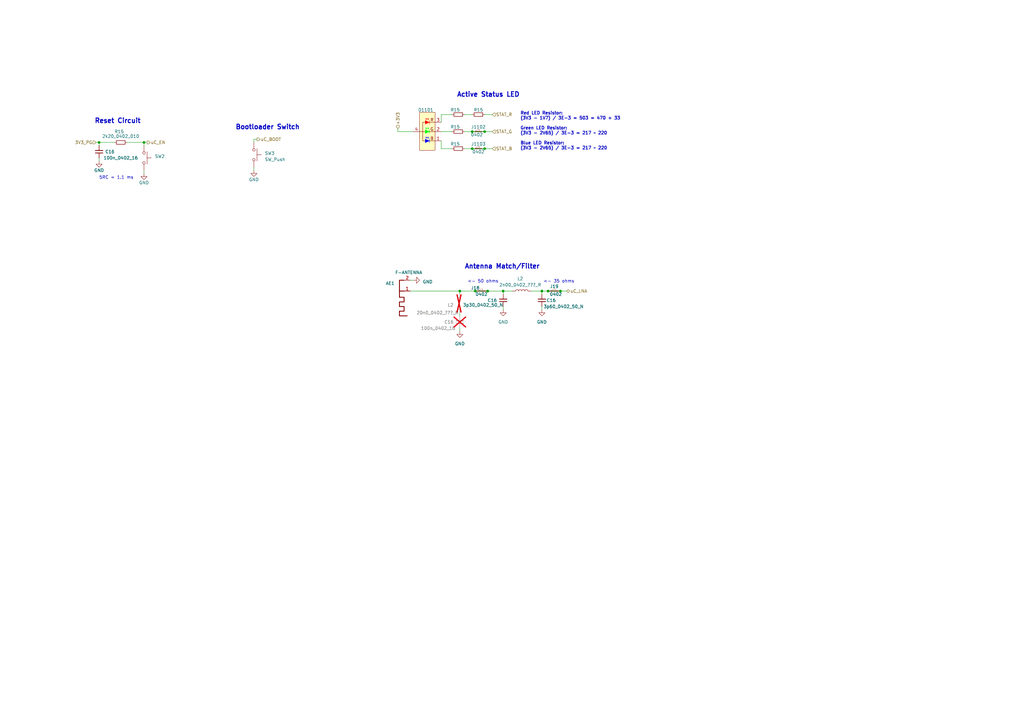
<source format=kicad_sch>
(kicad_sch (version 20230121) (generator eeschema)
  (paper "A3")
  (title_block (title "MCU Peripherals") (date "2023-08-07") (rev "1") (company "Beep Boop"))
  (lib_symbols
    (symbol "Beacon_Library:CUT_N_JUMP" (pin_numbers hide) (in_bom no)
      (property "Reference" "J" (at 0 -0.254 0))
      (property "Value" "0402" (at 0 -3.81 0))
      (symbol "CUT_N_JUMP_1_1"
        (polyline (pts (xy -1.27 -2.54) (xy 1.27 -2.54)) (stroke (width 0.381)))
        (polyline (pts (xy 0.508 -1.905) (xy 0.381 -1.651) (xy 0.508 -1.905) (xy 0.254 -2.032)) (stroke (width 0.0762)))
        (arc (start 0.508 -1.905) (mid -0.5086 -1.8651) (end -1.27 -2.54) (stroke (width 0.0762)))
        (pin passive line (at -2.54 -2.54 0) (length 1.27) (name "~") (number "1"))
        (pin passive line (at 2.54 -2.54 180) (length 1.27) (name "~") (number "2"))
      )
    )
    (symbol "Beacon_Library:F-ANTENNA" (in_bom no)
      (property "Reference" "AE" (at -12.065 -6.985 0))
      (property "Value" "F-ANTENNA" (at -1.905 -6.985 0))
      (symbol "F-ANTENNA_1_1"
        (polyline (pts (xy -12.7 -8.89) (xy -14.605 -8.89) (xy -14.605 -12.065)) (stroke (width 0.3556)))
        (polyline (pts (xy 0 -10.795) (xy 0 -8.89) (xy -4.445 -8.89) (xy -4.445 -10.795) (xy -4.445 -8.89) (xy -6.985 -8.89) (xy -6.985 -10.795) (xy -8.89 -10.795) (xy -8.89 -8.89) (xy -10.795 -8.89) (xy -10.795 -10.795) (xy -12.7 -10.795) (xy -12.7 -8.89)) (stroke (width 0.3556)))
        (pin passive line (at -4.445 -13.335 90) (length 2.54) (name "") (number "1"))
        (pin passive line (at 0 -13.335 90) (length 2.54) (name "") (number "2"))
      )
    )
    (symbol "Beacon_Library:UHD1110"
      (property "Reference" "D" (at -0.508 -1.778 0))
      (property "Value" "UHD1110" (at 8.382 -1.778 0))
      (symbol "UHD1110_1_1"
        (polyline (pts (xy 5.334 -14.478) (xy 5.334 -16.002)) (stroke (width 0) (color 0 0 255 1)))
        (polyline (pts (xy 5.334 -10.668) (xy 5.334 -12.192)) (stroke (width 0) (color 0 255 0 1)))
        (polyline (pts (xy 5.334 -6.858) (xy 5.334 -8.382)) (stroke (width 0) (color 255 0 0 1)))
        (polyline (pts (xy 7.62 -15.24) (xy 5.334 -15.24)))
        (polyline (pts (xy 7.62 -11.43) (xy 5.334 -11.43)))
        (polyline (pts (xy 7.62 -7.62) (xy 5.334 -7.62)))
        (polyline (pts (xy 3.556 -14.478) (xy 3.556 -16.002) (xy 5.334 -15.24) (xy 3.556 -14.478)) (stroke (width 0.0508) (color 0 0 255 1)) (fill (type outline)))
        (polyline (pts (xy 3.556 -10.668) (xy 3.556 -12.192) (xy 5.334 -11.43) (xy 3.556 -10.668)) (stroke (width 0.0508) (color 0 255 0 1)) (fill (type outline)))
        (polyline (pts (xy 3.556 -6.858) (xy 3.556 -8.382) (xy 5.334 -7.62) (xy 3.556 -6.858)) (stroke (width 0.0508) (color 255 0 0 1)) (fill (type outline)))
        (polyline (pts (xy 4.318 -14.478) (xy 4.064 -13.97) (xy 3.81 -14.097) (xy 3.81 -13.589) (xy 4.318 -13.843) (xy 4.064 -13.97)) (stroke (width 0.0508) (color 0 0 255 1)) (fill (type outline)))
        (polyline (pts (xy 4.318 -10.668) (xy 4.064 -10.16) (xy 3.81 -10.287) (xy 3.81 -9.779) (xy 4.318 -10.033) (xy 4.064 -10.16)) (stroke (width 0.0508) (color 0 255 0 1)) (fill (type outline)))
        (polyline (pts (xy 4.318 -6.858) (xy 4.064 -6.35) (xy 3.81 -6.477) (xy 3.81 -5.969) (xy 4.318 -6.223) (xy 4.064 -6.35)) (stroke (width 0.0508) (color 255 0 0 1)) (fill (type outline)))
        (polyline (pts (xy 5.08 -14.478) (xy 4.826 -13.97) (xy 4.572 -14.097) (xy 4.572 -13.589) (xy 5.08 -13.843) (xy 4.826 -13.97)) (stroke (width 0.0508) (color 0 0 255 1)) (fill (type outline)))
        (polyline (pts (xy 5.08 -10.668) (xy 4.826 -10.16) (xy 4.572 -10.287) (xy 4.572 -9.779) (xy 5.08 -10.033) (xy 4.826 -10.16)) (stroke (width 0.0508) (color 0 255 0 1)) (fill (type outline)))
        (polyline (pts (xy 5.08 -6.858) (xy 4.826 -6.35) (xy 4.572 -6.477) (xy 4.572 -5.969) (xy 5.08 -6.223) (xy 4.826 -6.35)) (stroke (width 0.0508) (color 255 0 0 1)) (fill (type outline)))
        (polyline (pts (xy 1.27 -11.43) (xy 3.556 -11.43) (xy 2.54 -11.43) (xy 2.54 -7.62) (xy 3.556 -7.62) (xy 2.54 -7.62) (xy 2.54 -15.24) (xy 3.556 -15.24)))
        (rectangle (start 1.27 -3.556) (end 7.62 -19.05) (fill (type background)))
        (text "B" (at 6.35 -14.224 0) (effects (font (size 1.27 1.27))))
        (text "G" (at 6.35 -10.414 0) (effects (font (size 1.27 1.27))))
        (text "R" (at 6.35 -6.604 0) (effects (font (size 1.27 1.27))))
        (pin passive line (at 10.16 -15.24 180) (length 2.54) (name "") (number "1"))
        (pin passive line (at 10.16 -11.43 180) (length 2.54) (name "") (number "2"))
        (pin passive line (at 10.16 -7.62 180) (length 2.54) (name "") (number "3"))
        (pin passive line (at -1.27 -11.43 0) (length 2.54) (name "") (number "4"))
      )
    )
    (symbol "Device:C_Small" (pin_numbers hide) (pin_names (offset 0.254) hide)
      (property "Reference" "C" (at 0.254 1.778 0))
      (property "Value" "C_Small" (at 0.254 -2.032 0))
      (symbol "C_Small_0_1"
        (polyline (pts (xy -1.524 -0.508) (xy 1.524 -0.508)) (stroke (width 0.3302)))
        (polyline (pts (xy -1.524 0.508) (xy 1.524 0.508)) (stroke (width 0.3048)))
      )
      (symbol "C_Small_1_1"
        (pin passive line (at 0 2.54 270) (length 2.032) (name "~") (number "1"))
        (pin passive line (at 0 -2.54 90) (length 2.032) (name "~") (number "2"))
      )
    )
    (symbol "Device:L" (pin_numbers hide) (pin_names (offset 1.016) hide)
      (property "Reference" "L" (at -1.27 0 90))
      (property "Value" "L" (at 1.905 0 90))
      (symbol "L_0_1"
        (arc (start 0 -2.54) (mid 0.6323 -1.905) (end 0 -1.27))
        (arc (start 0 -1.27) (mid 0.6323 -0.635) (end 0 0))
        (arc (start 0 0) (mid 0.6323 0.635) (end 0 1.27))
        (arc (start 0 1.27) (mid 0.6323 1.905) (end 0 2.54))
      )
      (symbol "L_1_1"
        (pin passive line (at 0 3.81 270) (length 1.27) (name "1") (number "1"))
        (pin passive line (at 0 -3.81 90) (length 1.27) (name "2") (number "2"))
      )
    )
    (symbol "Device:R_Small" (pin_numbers hide) (pin_names (offset 0.254) hide)
      (property "Reference" "R" (at 0.762 0.508 0))
      (property "Value" "R_Small" (at 0.762 -1.016 0))
      (symbol "R_Small_0_1"
        (rectangle (start -0.762 1.778) (end 0.762 -1.778) (stroke (width 0.2032)))
      )
      (symbol "R_Small_1_1"
        (pin passive line (at 0 2.54 270) (length 0.762) (name "~") (number "1"))
        (pin passive line (at 0 -2.54 90) (length 0.762) (name "~") (number "2"))
      )
    )
    (symbol "Switch:SW_Push" (pin_numbers hide) (pin_names (offset 1.016) hide)
      (property "Reference" "SW" (at 1.27 2.54 0))
      (property "Value" "SW_Push" (at 0 -1.524 0))
      (symbol "SW_Push_0_1"
        (circle (center -2.032 0) (radius 0.508))
        (polyline (pts (xy 0 1.27) (xy 0 3.048)))
        (polyline (pts (xy 2.54 1.27) (xy -2.54 1.27)))
        (circle (center 2.032 0) (radius 0.508))
        (pin passive line (at -5.08 0 0) (length 2.54) (name "1") (number "1"))
        (pin passive line (at 5.08 0 180) (length 2.54) (name "2") (number "2"))
      )
    )
    (symbol "power:GND" (power) (pin_names (offset 0))
      (property "Value" "GND" (at 0 -3.81 0))
      (symbol "GND_0_1"
        (polyline (pts (xy 0 0) (xy 0 -1.27) (xy 1.27 -1.27) (xy 0 -2.54) (xy -1.27 -1.27) (xy 0 -1.27)))
      )
      (symbol "GND_1_1"
        (pin power_in line (at 0 0 270) (length 0) hide (name "GND") (number "1"))
      )
    )
  )
  (junction (at 193.675 60.96))
  (junction (at 229.87 119.38))
  (junction (at 59.055 58.42))
  (junction (at 206.375 119.38))
  (junction (at 224.79 119.38))
  (junction (at 222.25 119.38))
  (junction (at 193.675 53.975))
  (junction (at 40.64 58.42))
  (junction (at 188.595 119.38))
  (junction (at 194.945 119.38))
  (junction (at 198.755 60.96))
  (junction (at 198.755 53.975))
  (junction (at 200.025 119.38))
  (wire (pts (xy 224.79 119.38) (xy 229.87 119.38)))
  (wire (pts (xy 180.975 50.165) (xy 180.975 46.99)))
  (wire (pts (xy 104.14 68.58) (xy 104.14 69.85)))
  (wire (pts (xy 190.5 60.96) (xy 193.675 60.96)))
  (wire (pts (xy 193.675 60.96) (xy 198.755 60.96)))
  (wire (pts (xy 163.195 52.705) (xy 163.195 53.975)))
  (wire (pts (xy 40.64 64.77) (xy 40.64 66.04)))
  (wire (pts (xy 190.5 46.99) (xy 193.675 46.99)))
  (wire (pts (xy 40.64 58.42) (xy 46.99 58.42)))
  (wire (pts (xy 188.595 119.38) (xy 188.595 120.65)))
  (wire (pts (xy 188.595 119.38) (xy 194.945 119.38)))
  (wire (pts (xy 40.64 59.69) (xy 40.64 58.42)))
  (wire (pts (xy 198.755 60.96) (xy 201.93 60.96)))
  (wire (pts (xy 200.025 119.38) (xy 206.375 119.38)))
  (wire (pts (xy 194.945 119.38) (xy 200.025 119.38)))
  (wire (pts (xy 217.805 119.38) (xy 222.25 119.38)))
  (wire (pts (xy 206.375 119.38) (xy 210.185 119.38)))
  (wire (pts (xy 168.275 114.935) (xy 169.545 114.935)))
  (wire (pts (xy 206.375 125.73) (xy 206.375 127)))
  (wire (pts (xy 193.675 53.975) (xy 198.755 53.975)))
  (wire (pts (xy 52.07 58.42) (xy 59.055 58.42)))
  (wire (pts (xy 198.755 53.975) (xy 201.93 53.975)))
  (wire (pts (xy 163.195 53.975) (xy 169.545 53.975)))
  (wire (pts (xy 206.375 119.38) (xy 206.375 120.65)))
  (wire (pts (xy 39.37 58.42) (xy 40.64 58.42)))
  (wire (pts (xy 229.87 119.38) (xy 232.41 119.38)))
  (wire (pts (xy 59.055 69.85) (xy 59.055 71.12)))
  (wire (pts (xy 105.41 57.15) (xy 104.14 57.15)))
  (wire (pts (xy 222.25 125.73) (xy 222.25 127)))
  (wire (pts (xy 190.5 53.975) (xy 193.675 53.975)))
  (wire (pts (xy 59.055 58.42) (xy 60.325 58.42)))
  (wire (pts (xy 185.42 60.96) (xy 180.975 60.96)))
  (wire (pts (xy 168.275 119.38) (xy 188.595 119.38)))
  (wire (pts (xy 180.975 53.975) (xy 185.42 53.975)))
  (wire (pts (xy 188.595 128.27) (xy 188.595 129.54)))
  (wire (pts (xy 104.14 57.15) (xy 104.14 58.42)))
  (wire (pts (xy 180.975 46.99) (xy 185.42 46.99)))
  (wire (pts (xy 222.25 119.38) (xy 224.79 119.38)))
  (wire (pts (xy 59.055 59.69) (xy 59.055 58.42)))
  (wire (pts (xy 198.755 46.99) (xy 201.93 46.99)))
  (wire (pts (xy 180.975 60.96) (xy 180.975 57.785)))
  (wire (pts (xy 222.25 120.65) (xy 222.25 119.38)))
  (wire (pts (xy 188.595 134.62) (xy 188.595 135.89)))
  (text "Reset Circuit" (at 38.735 50.8 0) (effects (font (size 1.905 1.905) (thickness 0.381) bold) (justify left bottom)))
  (text "Active Status LED\n" (at 187.325 40.005 0) (effects (font (size 1.905 1.905) (thickness 0.381) bold) (justify left bottom)))
  (text "Antenna Match/Filter\n" (at 190.5 110.49 0) (effects (font (size 1.905 1.905) (thickness 0.381) bold) (justify left bottom)))
  (text "<- 50 ohms" (at 191.77 116.205 0) (effects (font (size 1.27 1.27)) (justify left bottom)))
  (text "5RC = 1.1 ms" (at 40.64 73.66 0) (effects (font (size 1.27 1.27)) (justify left bottom)))
  (text "<- 35 ohms" (at 222.885 116.205 0) (effects (font (size 1.27 1.27)) (justify left bottom)))
  (text "Bootloader Switch" (at 96.52 53.34 0) (effects (font (size 1.905 1.905) (thickness 0.381) bold) (justify left bottom)))
  (text "Red LED Resistor: \n(3V3 - 1V7) / 3E-3 = 503 = 470 + 33\n\nGreen LED Resistor: \n(3V3 - 2V65) / 3E-3 = 217 ~ 220\n\nBlue LED Resistor: \n(3V3 - 2V65) / 3E-3 = 217 ~ 220" (at 213.36 61.595 0) (effects (font (size 1.27 1.27) bold) (justify left bottom)))
  (hierarchical_label "STAT_G" (shape input) (at 201.93 53.975 0) (property "Intersheetrefs" "${INTERSHEET_REFS}" (effects hide)))
  (hierarchical_label "uC_BOOT" (shape output) (at 105.41 57.15 0) (property "Intersheetrefs" "${INTERSHEET_REFS}" (effects hide)))
  (hierarchical_label "STAT_R" (shape input) (at 201.93 46.99 0) (property "Intersheetrefs" "${INTERSHEET_REFS}" (effects hide)))
  (hierarchical_label "+3V3" (shape input) (at 163.195 52.705 90))
  (hierarchical_label "uC_LNA" (shape bidirectional) (at 232.41 119.38 0) (property "Intersheetrefs" "${INTERSHEET_REFS}" (effects hide)))
  (hierarchical_label "uC_EN" (shape output) (at 60.325 58.42 0) (property "Intersheetrefs" "${INTERSHEET_REFS}" (effects hide)))
  (hierarchical_label "3V3_PG" (shape input) (at 39.37 58.42 180))
  (hierarchical_label "STAT_B" (shape input) (at 201.93 60.96 0) (property "Intersheetrefs" "${INTERSHEET_REFS}" (effects hide)))
  (symbol (lib_id "Device:R_Small") (at 187.96 53.975 270) (unit 1)
    (property "Reference" "R15" (at 186.69 52.07 90))
    (property "Value" "0220_0402_010" (effects hide))
    (property "Footprint" "Footprint_Library:0402_1005Metric_Handsolder" (effects hide))
    (instances (project "Beacon" (path "" (reference "R15") (unit 1)) (path "" (reference "R1104") (unit 1))) (project "Beacon_Multiboard" (path "" (reference "R803") (unit 1))))
  )
  (symbol (lib_id "Beacon_Library:CUT_N_JUMP") (at 196.215 51.435 0) (unit 1) (in_bom no)
    (property "Reference" "J1102" (at 196.215 52.07 0))
    (property "Value" "0402" (at 195.58 55.245 0))
    (property "Footprint" "Footprint_Library:0402_CUT-N-JUMP" (effects hide))
    (instances (project "Beacon" (path "" (reference "J1102") (unit 1))) (project "Beacon_Multiboard" (path "" (reference "J801") (unit 1))))
  )
  (symbol (lib_id "Beacon_Library:CUT_N_JUMP") (at 227.33 116.84 0) (unit 1) (in_bom no)
    (property "Reference" "J19" (at 227.33 117.475 0))
    (property "Value" "0402" (at 227.965 120.65 0))
    (property "Footprint" "Footprint_Library:0402_CUT-N-JUMP" (effects hide))
    (instances (project "Beacon" (path "" (reference "J19") (unit 1)) (path "" (reference "J1105") (unit 1))) (project "Beacon_Multiboard" (path "" (reference "J804") (unit 1))))
  )
  (symbol (lib_id "power:GND") (at 222.25 127 0) (unit 1)
    (property "Reference" "#PWR0105" (effects hide))
    (property "Value" "GND" (at 222.25 132.08 0))
    (instances (project "Beacon" (path "" (reference "#PWR0105") (unit 1)) (path "" (reference "#PWR01113") (unit 1))) (project "Beacon_Multiboard" (path "" (reference "#PWR0806") (unit 1))))
  )
  (symbol (lib_id "Beacon_Library:F-ANTENNA") (at 154.94 114.935 90) (unit 1) (in_bom no)
    (property "Reference" "AE1" (at 160.02 116.205 90))
    (property "Value" "F-ANTENNA" (at 167.64 111.76 90))
    (property "Footprint" "Footprint_Library:2.4GHz_Inverted_F_Antenna" (effects hide))
    (property "Datasheet" "https://www.ti.com/lit/an/swru120d/swru120d.pdf" (effects hide))
    (instances (project "Beacon" (path "" (reference "AE1") (unit 1)) (path "" (reference "AE1101") (unit 1))) (project "Beacon_Multiboard" (path "" (reference "AE801") (unit 1))))
  )
  (symbol (lib_id "power:GND") (at 59.055 71.12 0) (unit 1)
    (property "Reference" "#PWR03" (effects hide))
    (property "Value" "GND" (at 59.055 74.93 0))
    (instances (project "Beacon" (path "" (reference "#PWR03") (unit 1)) (path "" (reference "#PWR01110") (unit 1))) (project "Beacon_Multiboard" (path "" (reference "#PWR0803") (unit 1))))
  )
  (symbol (lib_id "Device:C_Small") (at 40.64 62.23 180) (unit 1)
    (property "Reference" "C16" (at 45.085 62.23 0))
    (property "Value" "100n_0402_16" (at 49.53 64.77 0))
    (property "Footprint" "Footprint_Library:0402_1005Metric_Handsolder" (effects hide))
    (instances (project "Beacon" (path "" (reference "C16") (unit 1)) (path "" (reference "C52") (unit 1)) (path "" (reference "C1105") (unit 1))) (project "Beacon_Multiboard" (path "" (reference "C801") (unit 1))))
  )
  (symbol (lib_id "Device:C_Small") (at 222.25 123.19 180) (unit 1)
    (property "Reference" "C16" (at 226.06 123.19 0))
    (property "Value" "3p60_0402_50_N" (at 231.14 125.73 0))
    (property "Footprint" "Footprint_Library:0402_1005Metric_Handsolder" (effects hide))
    (instances (project "Beacon" (path "" (reference "C16") (unit 1)) (path "" (reference "C57") (unit 1)) (path "" (reference "C1107") (unit 1))) (project "Beacon_Multiboard" (path "" (reference "C803") (unit 1))))
  )
  (symbol (lib_id "Device:C_Small") (at 206.375 123.19 180) (unit 1)
    (property "Reference" "C16" (at 201.93 123.19 0))
    (property "Value" "3p30_0402_50_N" (at 198.12 125.095 0))
    (property "Footprint" "Footprint_Library:0402_1005Metric_Handsolder" (effects hide))
    (instances (project "Beacon" (path "" (reference "C16") (unit 1)) (path "" (reference "C56") (unit 1)) (path "" (reference "C1106") (unit 1))) (project "Beacon_Multiboard" (path "" (reference "C802") (unit 1))))
  )
  (symbol (lib_id "Device:L") (at 188.595 124.46 180) (unit 1) (dnp yes)
    (property "Reference" "L2" (at 184.785 125.095 0))
    (property "Value" "20n0_0402_???_R" (at 179.451 128.27 0))
    (property "Footprint" "Footprint_Library:0402_1005Metric_Handsolder" (effects hide))
    (instances (project "Beacon" (path "" (reference "L2") (unit 1)) (path "" (reference "L5") (unit 1)) (path "" (reference "L1102") (unit 1))) (project "Beacon_Multiboard" (path "" (reference "L802") (unit 1))))
  )
  (symbol (lib_id "power:GND") (at 188.595 135.89 0) (unit 1)
    (property "Reference" "#PWR0103" (effects hide))
    (property "Value" "GND" (at 188.595 140.97 0))
    (instances (project "Beacon" (path "" (reference "#PWR0103") (unit 1)) (path "" (reference "#PWR01114") (unit 1))) (project "Beacon_Multiboard" (path "" (reference "#PWR0807") (unit 1))))
  )
  (symbol (lib_id "Beacon_Library:CUT_N_JUMP") (at 197.485 116.84 0) (unit 1) (in_bom no)
    (property "Reference" "J18" (at 194.945 118.11 0))
    (property "Value" "0402" (at 197.485 120.65 0))
    (property "Footprint" "Footprint_Library:0402_CUT-N-JUMP" (effects hide))
    (instances (project "Beacon" (path "" (reference "J18") (unit 1)) (path "" (reference "J1104") (unit 1))) (project "Beacon_Multiboard" (path "" (reference "J803") (unit 1))))
  )
  (symbol (lib_id "power:GND") (at 169.545 114.935 90) (unit 1)
    (property "Reference" "#PWR0102" (effects hide))
    (property "Value" "GND" (at 173.355 115.57 90) (effects (justify right)))
    (instances (project "Beacon" (path "" (reference "#PWR0102") (unit 1)) (path "" (reference "#PWR01111") (unit 1))) (project "Beacon_Multiboard" (path "" (reference "#PWR0804") (unit 1))))
  )
  (symbol (lib_id "power:GND") (at 206.375 127 0) (unit 1)
    (property "Reference" "#PWR0104" (effects hide))
    (property "Value" "GND" (at 206.375 132.08 0))
    (instances (project "Beacon" (path "" (reference "#PWR0104") (unit 1)) (path "" (reference "#PWR01112") (unit 1))) (project "Beacon_Multiboard" (path "" (reference "#PWR0805") (unit 1))))
  )
  (symbol (lib_id "Switch:SW_Push") (at 104.14 63.5 270) (unit 1)
    (property "Reference" "SW3" (at 108.585 62.865 90) (effects (justify left)))
    (property "Value" "SW_Push" (at 108.585 65.405 90) (effects (justify left)))
    (property "Footprint" "Footprint_Library:SW_PUSH_6mm" (effects hide))
    (property "Datasheet" "https://www.mouser.com/ProductDetail/CUI-Devices/TS02-66-55-BK-100-LCR-D?qs=sGAEpiMZZMtFyPk3yBMYYEiKb8%2FddSTsAadq%252B8%252BhMMU%3D" (effects hide))
    (instances (project "Beacon" (path "" (reference "SW3") (unit 1)) (path "" (reference "SW1101") (unit 1))) (project "Beacon_Multiboard" (path "" (reference "SW801") (unit 1))))
  )
  (symbol (lib_id "Device:R_Small") (at 187.96 60.96 270) (unit 1)
    (property "Reference" "R15" (at 186.69 59.055 90))
    (property "Value" "0220_0402_010" (effects hide))
    (property "Footprint" "Footprint_Library:0402_1005Metric_Handsolder" (effects hide))
    (instances (project "Beacon" (path "" (reference "R15") (unit 1)) (path "" (reference "R1106") (unit 1))) (project "Beacon_Multiboard" (path "" (reference "R805") (unit 1))))
  )
  (symbol (lib_id "Device:L") (at 213.995 119.38 90) (unit 1)
    (property "Reference" "L2" (at 213.36 114.3 90))
    (property "Value" "2n00_0402_???_R" (at 213.36 116.84 90))
    (property "Footprint" "Footprint_Library:0402_1005Metric_Handsolder" (effects hide))
    (instances (project "Beacon" (path "" (reference "L2") (unit 1)) (path "" (reference "L6") (unit 1)) (path "" (reference "L1101") (unit 1))) (project "Beacon_Multiboard" (path "" (reference "L801") (unit 1))))
  )
  (symbol (lib_id "Beacon_Library:CUT_N_JUMP") (at 196.215 58.42 0) (unit 1) (in_bom no)
    (property "Reference" "J1103" (at 196.215 59.055 0))
    (property "Value" "0402" (at 196.215 62.23 0))
    (property "Footprint" "Footprint_Library:0402_CUT-N-JUMP" (effects hide))
    (instances (project "Beacon" (path "" (reference "J1103") (unit 1))) (project "Beacon_Multiboard" (path "" (reference "J802") (unit 1))))
  )
  (symbol (lib_id "Switch:SW_Push") (at 59.055 64.77 270) (unit 1)
    (property "Reference" "SW2" (at 63.5 64.135 90) (effects (justify left)))
    (property "Value" "SW_Push" (effects hide))
    (property "Footprint" "Footprint_Library:SW_PUSH_6mm" (effects hide))
    (property "Datasheet" "https://www.mouser.com/ProductDetail/CUI-Devices/TS02-66-55-BK-100-LCR-D?qs=sGAEpiMZZMtFyPk3yBMYYEiKb8%2FddSTsAadq%252B8%252BhMMU%3D" (effects hide))
    (instances (project "Beacon" (path "" (reference "SW2") (unit 1)) (path "" (reference "SW1102") (unit 1))) (project "Beacon_Multiboard" (path "" (reference "SW802") (unit 1))))
  )
  (symbol (lib_id "Device:R_Small") (at 196.215 46.99 270) (unit 1)
    (property "Reference" "R15" (at 196.215 45.085 90))
    (property "Value" "0033_0402_010" (effects hide))
    (property "Footprint" "Footprint_Library:0402_1005Metric_Handsolder" (effects hide))
    (instances (project "Beacon" (path "" (reference "R15") (unit 1)) (path "" (reference "R1103") (unit 1))) (project "Beacon_Multiboard" (path "" (reference "R802") (unit 1))))
  )
  (symbol (lib_id "Device:R_Small") (at 187.96 46.99 270) (unit 1)
    (property "Reference" "R15" (at 186.69 45.085 90))
    (property "Value" "0470_0402_010" (effects hide))
    (property "Footprint" "Footprint_Library:0402_1005Metric_Handsolder" (effects hide))
    (instances (project "Beacon" (path "" (reference "R15") (unit 1)) (path "" (reference "R1102") (unit 1))) (project "Beacon_Multiboard" (path "" (reference "R801") (unit 1))))
  )
  (symbol (lib_id "power:GND") (at 104.14 69.85 0) (unit 1)
    (property "Reference" "#PWR04" (effects hide))
    (property "Value" "GND" (at 104.14 73.66 0))
    (instances (project "Beacon" (path "" (reference "#PWR04") (unit 1)) (path "" (reference "#PWR01109") (unit 1))) (project "Beacon_Multiboard" (path "" (reference "#PWR0802") (unit 1))))
  )
  (symbol (lib_id "Beacon_Library:UHD1110") (at 170.815 42.545 0) (unit 1)
    (property "Reference" "D1101" (at 171.45 45.085 0) (effects (justify left)))
    (property "Value" "UHD1110" (effects hide))
    (property "Footprint" "Footprint_Library:UHD1110FKACL1A13r3q1BBQFMF3" (effects hide))
    (property "Datasheet" "https://www.mouser.com/ProductDetail/Cree-LED/UHD1110-FKA-CL1A13r3q1BBQFMF3?qs=sGAEpiMZZMusoohG2hS%252B168PbK3Wnfgf2lFl0mjTADbOub3pvQvbiw%3D%3D" (effects hide))
    (instances (project "Beacon" (path "" (reference "D1101") (unit 1))) (project "Beacon_Multiboard" (path "" (reference "D801") (unit 1))))
  )
  (symbol (lib_id "Device:R_Small") (at 49.53 58.42 270) (unit 1)
    (property "Reference" "R15" (at 48.895 53.975 90))
    (property "Value" "2k20_0402_010" (at 49.53 55.88 90))
    (property "Footprint" "Footprint_Library:0402_1005Metric_Handsolder" (effects hide))
    (instances (project "Beacon" (path "" (reference "R15") (unit 1)) (path "" (reference "R1") (unit 1)) (path "" (reference "R1105") (unit 1))) (project "Beacon_Multiboard" (path "" (reference "R804") (unit 1))))
  )
  (symbol (lib_id "Device:C_Small") (at 188.595 132.08 180) (unit 1) (dnp yes)
    (property "Reference" "C16" (at 184.15 132.08 0))
    (property "Value" "100n_0402_16" (at 179.705 134.62 0))
    (property "Footprint" "Footprint_Library:0402_1005Metric_Handsolder" (effects hide))
    (instances (project "Beacon" (path "" (reference "C16") (unit 1)) (path "" (reference "C55") (unit 1)) (path "" (reference "C1108") (unit 1))) (project "Beacon_Multiboard" (path "" (reference "C804") (unit 1))))
  )
  (symbol (lib_id "power:GND") (at 40.64 66.04 0) (unit 1)
    (property "Reference" "#PWR099" (effects hide))
    (property "Value" "GND" (at 40.64 69.85 0))
    (instances (project "Beacon" (path "" (reference "#PWR099") (unit 1)) (path "" (reference "#PWR01108") (unit 1))) (project "Beacon_Multiboard" (path "" (reference "#PWR0801") (unit 1))))
  )
)
</source>
